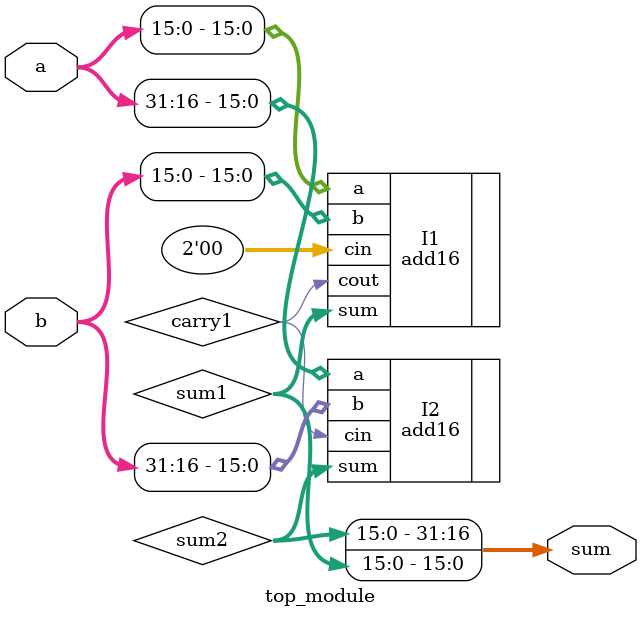
<source format=v>
module top_module(
    input [31:0] a,
    input [31:0] b,
    output [31:0] sum
);
   
    wire carry1;
    wire [15:0] sum1, sum2;
   
    add16 I1(.a(a[15:0]),
             .b(b[15:0]),
             .cin(2'b0),
             .sum(sum1),
             .cout(carry1)
    );    
    
    add16 I2(.a(a[31:16]),
             .b(b[31:16]),
             .cin(carry1),
             .sum(sum2)         		  
    );
    
    assign sum = {sum2,sum1};
  
endmodule

</source>
